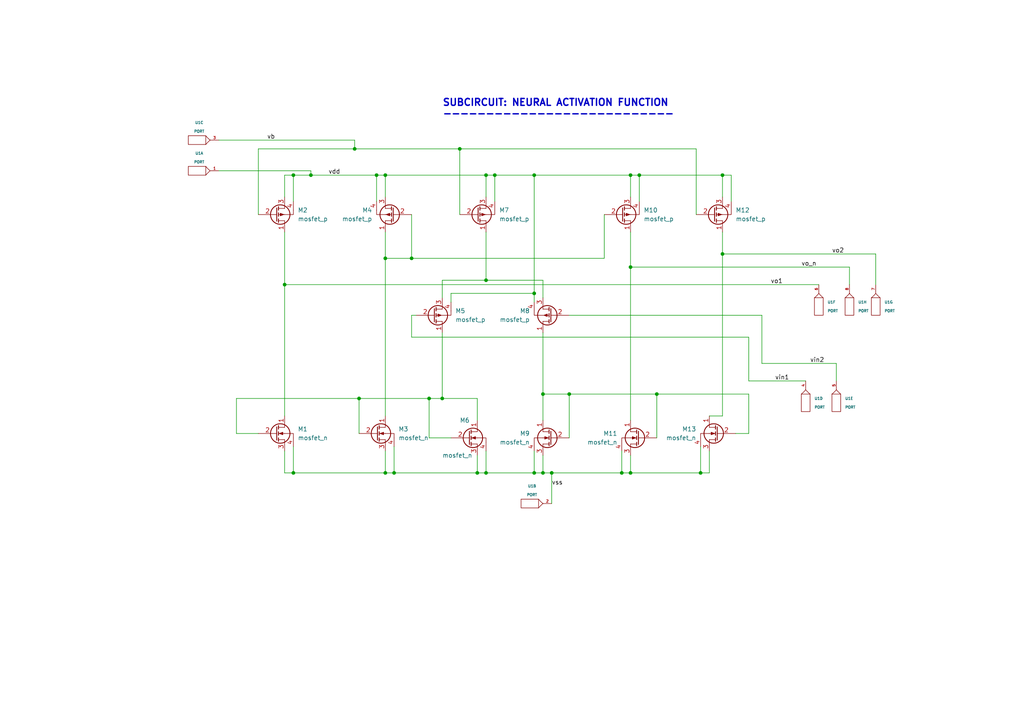
<source format=kicad_sch>
(kicad_sch (version 20211123) (generator eeschema)
  (paper "A4")
  (lib_symbols
    (symbol "eSim_Devices:mosfet_n" (pin_names (offset 0) hide)
      (property "Reference" "M" (at 0 -3.81 0))
      (property "Value" "mosfet_n" (at 2.54 -1.27 0))
      (symbol "mosfet_n_0_1"
        (polyline (pts (xy 3.302 -7.366) (xy 3.302 -6.35)) (stroke (width 0.254)))
        (polyline (pts (xy 3.302 -6.858) (xy 5.08 -6.858)))
        (polyline (pts (xy 3.302 -5.588) (xy 3.302 -4.572)) (stroke (width 0.254)))
        (polyline (pts (xy 3.302 -5.08) (xy 5.08 -5.08)))
        (polyline (pts (xy 3.302 -3.81) (xy 3.302 -2.794)) (stroke (width 0.254)))
        (polyline (pts (xy 3.302 -3.302) (xy 5.08 -3.302)))
        (polyline (pts (xy 5.08 -7.62) (xy 5.08 -6.858)))
        (polyline (pts (xy 5.08 -3.302) (xy 5.08 -2.54)))
        (polyline (pts (xy 2.794 -6.985) (xy 2.794 -3.175) (xy 2.794 -3.175)) (stroke (width 0.254)))
        (polyline (pts (xy 5.08 -5.08) (xy 7.62 -5.08) (xy 7.62 -6.35)))
        (polyline (pts (xy 3.556 -5.08) (xy 4.572 -5.461) (xy 4.572 -4.699) (xy 3.556 -5.08)) (fill (type outline)))
        (circle (center 3.81 -5.08) (radius 2.8194) (stroke (width 0.254)))
      )
      (symbol "mosfet_n_1_1"
        (pin passive line (at 5.08 0 270) (length 2.54) (name "D") (number "1"))
        (pin passive line (at -2.54 -5.08 0) (length 5.334) (name "G") (number "2"))
        (pin passive line (at 5.08 -10.16 90) (length 2.54) (name "S") (number "3"))
        (pin passive line (at 7.62 -8.89 90) (length 2.4892) (name "B") (number "4"))
      )
    )
    (symbol "eSim_Devices:mosfet_p" (pin_names (offset 0) hide)
      (property "Reference" "M" (at -1.27 1.27 0))
      (property "Value" "mosfet_p" (at 1.27 3.81 0))
      (symbol "mosfet_p_0_1"
        (polyline (pts (xy 2.032 -1.778) (xy 3.81 -1.778)))
        (polyline (pts (xy 2.032 -1.27) (xy 2.032 -2.286)) (stroke (width 0.254)))
        (polyline (pts (xy 2.032 0) (xy 3.81 0)))
        (polyline (pts (xy 2.032 0.508) (xy 2.032 -0.508)) (stroke (width 0.254)))
        (polyline (pts (xy 2.032 1.778) (xy 3.81 1.778)))
        (polyline (pts (xy 2.032 2.286) (xy 2.032 1.27)) (stroke (width 0.254)))
        (polyline (pts (xy 3.81 -1.778) (xy 3.81 -2.54)))
        (polyline (pts (xy 3.81 2.54) (xy 3.81 1.778)))
        (polyline (pts (xy 1.524 1.905) (xy 1.524 -1.905) (xy 1.524 -1.905)) (stroke (width 0.254)))
        (polyline (pts (xy 3.81 0) (xy 6.35 0) (xy 6.35 -1.27)))
        (polyline (pts (xy 3.556 0) (xy 2.54 -0.381) (xy 2.54 0.381) (xy 3.556 0)) (fill (type outline)))
        (circle (center 2.54 0) (radius 2.8194) (stroke (width 0.254)))
      )
      (symbol "mosfet_p_1_1"
        (pin passive line (at 3.81 5.08 270) (length 2.54) (name "D") (number "1"))
        (pin passive line (at -3.81 0 0) (length 5.334) (name "G") (number "2"))
        (pin passive line (at 3.81 -5.08 90) (length 2.54) (name "S") (number "3"))
        (pin passive line (at 6.35 -3.81 90) (length 2.54) (name "B") (number "4"))
      )
    )
    (symbol "eSim_Miscellaneous:PORT" (pin_names (offset 1.016))
      (property "Reference" "U" (at 1.27 2.54 0))
      (property "Value" "PORT" (at 0 0 0))
      (symbol "PORT_0_1"
        (rectangle (start -2.54 1.27) (end 2.54 -1.27))
        (arc (start 2.54 1.27) (mid 3.1355 0.5955) (end 3.81 0))
        (arc (start 3.81 0) (mid 3.1447 -0.6046) (end 2.54 -1.27))
      )
      (symbol "PORT_1_1"
        (pin bidirectional line (at 6.35 0 180) (length 2.54) (name "~") (number "1"))
      )
      (symbol "PORT_2_1"
        (pin bidirectional line (at 6.35 0 180) (length 2.54) (name "~") (number "2"))
      )
      (symbol "PORT_3_1"
        (pin bidirectional line (at 6.35 0 180) (length 2.54) (name "~") (number "3"))
      )
      (symbol "PORT_4_1"
        (pin bidirectional line (at 6.35 0 180) (length 2.54) (name "~") (number "4"))
      )
      (symbol "PORT_5_1"
        (pin bidirectional line (at 6.35 0 180) (length 2.54) (name "~") (number "5"))
      )
      (symbol "PORT_6_1"
        (pin bidirectional line (at 6.35 0 180) (length 2.54) (name "~") (number "6"))
      )
      (symbol "PORT_7_1"
        (pin bidirectional line (at 6.35 0 180) (length 2.54) (name "~") (number "7"))
      )
      (symbol "PORT_8_1"
        (pin bidirectional line (at 6.35 0 180) (length 2.54) (name "~") (number "8"))
      )
      (symbol "PORT_9_1"
        (pin bidirectional line (at 6.35 0 180) (length 2.54) (name "~") (number "9"))
      )
      (symbol "PORT_10_1"
        (pin bidirectional line (at 6.35 0 180) (length 2.54) (name "~") (number "10"))
      )
      (symbol "PORT_11_1"
        (pin bidirectional line (at 6.35 0 180) (length 2.54) (name "~") (number "11"))
      )
      (symbol "PORT_12_1"
        (pin bidirectional line (at 6.35 0 180) (length 2.54) (name "~") (number "12"))
      )
      (symbol "PORT_13_1"
        (pin bidirectional line (at 6.35 0 180) (length 2.54) (name "~") (number "13"))
      )
      (symbol "PORT_14_1"
        (pin bidirectional line (at 6.35 0 180) (length 2.54) (name "~") (number "14"))
      )
      (symbol "PORT_15_1"
        (pin bidirectional line (at 6.35 0 180) (length 2.54) (name "~") (number "15"))
      )
      (symbol "PORT_16_1"
        (pin bidirectional line (at 6.35 0 180) (length 2.54) (name "~") (number "16"))
      )
      (symbol "PORT_17_1"
        (pin bidirectional line (at 6.35 0 180) (length 2.54) (name "~") (number "17"))
      )
      (symbol "PORT_18_1"
        (pin bidirectional line (at 6.35 0 180) (length 2.54) (name "~") (number "18"))
      )
      (symbol "PORT_19_1"
        (pin bidirectional line (at 6.35 0 180) (length 2.54) (name "~") (number "19"))
      )
      (symbol "PORT_20_1"
        (pin bidirectional line (at 6.35 0 180) (length 2.54) (name "~") (number "20"))
      )
      (symbol "PORT_21_1"
        (pin bidirectional line (at 6.35 0 180) (length 2.54) (name "~") (number "21"))
      )
      (symbol "PORT_22_1"
        (pin bidirectional line (at 6.35 0 180) (length 2.54) (name "~") (number "22"))
      )
      (symbol "PORT_23_1"
        (pin bidirectional line (at 6.35 0 180) (length 2.54) (name "~") (number "23"))
      )
      (symbol "PORT_24_1"
        (pin bidirectional line (at 6.35 0 180) (length 2.54) (name "~") (number "24"))
      )
      (symbol "PORT_25_1"
        (pin bidirectional line (at 6.35 0 180) (length 2.54) (name "~") (number "25"))
      )
      (symbol "PORT_26_1"
        (pin bidirectional line (at 6.35 0 180) (length 2.54) (name "~") (number "26"))
      )
    )
  )
  (junction (at 82.55 82.55))
  (junction (at 114.3 137.16))
  (junction (at 185.42 50.8))
  (junction (at 104.14 115.57))
  (junction (at 111.76 137.16))
  (junction (at 190.5 114.3))
  (junction (at 109.22 50.8))
  (junction (at 90.17 50.8))
  (junction (at 154.94 137.16))
  (junction (at 111.76 50.8))
  (junction (at 203.2 137.16))
  (junction (at 124.46 115.57))
  (junction (at 209.55 50.8))
  (junction (at 111.76 74.93))
  (junction (at 140.97 81.28))
  (junction (at 157.48 137.16))
  (junction (at 160.02 137.16))
  (junction (at 182.88 137.16))
  (junction (at 154.94 50.8))
  (junction (at 140.97 50.8))
  (junction (at 128.27 115.57))
  (junction (at 154.94 85.09))
  (junction (at 85.09 137.16))
  (junction (at 133.35 43.18))
  (junction (at 182.88 50.8))
  (junction (at 209.55 73.66))
  (junction (at 157.48 114.3))
  (junction (at 102.87 43.18))
  (junction (at 165.1 114.3))
  (junction (at 85.09 50.8))
  (junction (at 182.88 77.47))
  (junction (at 119.38 74.93))
  (junction (at 143.51 50.8))
  (junction (at 138.43 137.16))
  (junction (at 180.34 137.16))
  (junction (at 140.97 137.16))
  (wire (pts (xy 130.81 127) (xy 124.46 127)))
  (wire (pts (xy 82.55 130.81) (xy 82.55 137.16)))
  (wire (pts (xy 114.3 129.54) (xy 114.3 137.16)))
  (wire (pts (xy 109.22 58.42) (xy 109.22 50.8)))
  (wire (pts (xy 68.58 115.57) (xy 104.14 115.57)))
  (wire (pts (xy 82.55 57.15) (xy 82.55 50.8)))
  (wire (pts (xy 82.55 137.16) (xy 85.09 137.16)))
  (wire (pts (xy 130.81 85.09) (xy 154.94 85.09)))
  (wire (pts (xy 128.27 96.52) (xy 128.27 115.57)))
  (wire (pts (xy 154.94 130.81) (xy 154.94 137.16)))
  (wire (pts (xy 90.17 49.53) (xy 90.17 50.8)))
  (wire (pts (xy 85.09 137.16) (xy 111.76 137.16)))
  (wire (pts (xy 85.09 50.8) (xy 90.17 50.8)))
  (wire (pts (xy 63.5 49.53) (xy 90.17 49.53)))
  (wire (pts (xy 140.97 50.8) (xy 140.97 57.15)))
  (wire (pts (xy 242.57 105.41) (xy 242.57 110.49)))
  (wire (pts (xy 128.27 81.28) (xy 128.27 86.36)))
  (wire (pts (xy 102.87 43.18) (xy 74.93 43.18)))
  (wire (pts (xy 160.02 137.16) (xy 160.02 146.05)))
  (wire (pts (xy 111.76 67.31) (xy 111.76 74.93)))
  (wire (pts (xy 182.88 77.47) (xy 182.88 121.92)))
  (wire (pts (xy 124.46 127) (xy 124.46 115.57)))
  (wire (pts (xy 182.88 132.08) (xy 182.88 137.16)))
  (wire (pts (xy 111.76 50.8) (xy 140.97 50.8)))
  (wire (pts (xy 104.14 115.57) (xy 104.14 125.73)))
  (wire (pts (xy 201.93 43.18) (xy 133.35 43.18)))
  (wire (pts (xy 209.55 73.66) (xy 209.55 120.65)))
  (wire (pts (xy 165.1 114.3) (xy 190.5 114.3)))
  (wire (pts (xy 209.55 120.65) (xy 205.74 120.65)))
  (wire (pts (xy 209.55 67.31) (xy 209.55 73.66)))
  (wire (pts (xy 140.97 50.8) (xy 143.51 50.8)))
  (wire (pts (xy 102.87 40.64) (xy 102.87 43.18)))
  (wire (pts (xy 203.2 129.54) (xy 203.2 137.16)))
  (wire (pts (xy 217.17 97.79) (xy 217.17 110.49)))
  (wire (pts (xy 175.26 62.23) (xy 175.26 74.93)))
  (wire (pts (xy 82.55 82.55) (xy 82.55 120.65)))
  (wire (pts (xy 157.48 132.08) (xy 157.48 137.16)))
  (wire (pts (xy 254 82.55) (xy 254 73.66)))
  (wire (pts (xy 119.38 62.23) (xy 119.38 74.93)))
  (wire (pts (xy 82.55 67.31) (xy 82.55 82.55)))
  (wire (pts (xy 124.46 115.57) (xy 128.27 115.57)))
  (wire (pts (xy 217.17 114.3) (xy 217.17 125.73)))
  (wire (pts (xy 140.97 81.28) (xy 157.48 81.28)))
  (wire (pts (xy 82.55 50.8) (xy 85.09 50.8)))
  (wire (pts (xy 203.2 137.16) (xy 205.74 137.16)))
  (wire (pts (xy 119.38 91.44) (xy 119.38 97.79)))
  (wire (pts (xy 180.34 137.16) (xy 182.88 137.16)))
  (wire (pts (xy 140.97 137.16) (xy 154.94 137.16)))
  (wire (pts (xy 140.97 67.31) (xy 140.97 81.28)))
  (wire (pts (xy 128.27 115.57) (xy 138.43 115.57)))
  (wire (pts (xy 114.3 137.16) (xy 138.43 137.16)))
  (wire (pts (xy 140.97 130.81) (xy 140.97 137.16)))
  (wire (pts (xy 138.43 137.16) (xy 140.97 137.16)))
  (wire (pts (xy 133.35 43.18) (xy 102.87 43.18)))
  (wire (pts (xy 165.1 91.44) (xy 220.98 91.44)))
  (wire (pts (xy 182.88 67.31) (xy 182.88 77.47)))
  (wire (pts (xy 119.38 97.79) (xy 217.17 97.79)))
  (wire (pts (xy 157.48 137.16) (xy 160.02 137.16)))
  (wire (pts (xy 201.93 62.23) (xy 201.93 43.18)))
  (wire (pts (xy 157.48 81.28) (xy 157.48 86.36)))
  (wire (pts (xy 138.43 115.57) (xy 138.43 121.92)))
  (wire (pts (xy 209.55 73.66) (xy 254 73.66)))
  (wire (pts (xy 104.14 115.57) (xy 124.46 115.57)))
  (wire (pts (xy 157.48 121.92) (xy 157.48 114.3)))
  (wire (pts (xy 185.42 50.8) (xy 209.55 50.8)))
  (wire (pts (xy 160.02 137.16) (xy 180.34 137.16)))
  (wire (pts (xy 182.88 50.8) (xy 185.42 50.8)))
  (wire (pts (xy 205.74 137.16) (xy 205.74 130.81)))
  (wire (pts (xy 111.76 74.93) (xy 119.38 74.93)))
  (wire (pts (xy 68.58 125.73) (xy 68.58 115.57)))
  (wire (pts (xy 157.48 96.52) (xy 157.48 114.3)))
  (wire (pts (xy 111.76 137.16) (xy 114.3 137.16)))
  (wire (pts (xy 130.81 87.63) (xy 130.81 85.09)))
  (wire (pts (xy 209.55 50.8) (xy 212.09 50.8)))
  (wire (pts (xy 233.68 110.49) (xy 217.17 110.49)))
  (wire (pts (xy 154.94 50.8) (xy 182.88 50.8)))
  (wire (pts (xy 111.76 50.8) (xy 111.76 57.15)))
  (wire (pts (xy 119.38 74.93) (xy 175.26 74.93)))
  (wire (pts (xy 185.42 50.8) (xy 185.42 58.42)))
  (wire (pts (xy 154.94 137.16) (xy 157.48 137.16)))
  (wire (pts (xy 246.38 82.55) (xy 246.38 77.47)))
  (wire (pts (xy 209.55 57.15) (xy 209.55 50.8)))
  (wire (pts (xy 109.22 50.8) (xy 111.76 50.8)))
  (wire (pts (xy 82.55 82.55) (xy 237.49 82.55)))
  (wire (pts (xy 217.17 125.73) (xy 213.36 125.73)))
  (wire (pts (xy 90.17 50.8) (xy 109.22 50.8)))
  (wire (pts (xy 246.38 77.47) (xy 182.88 77.47)))
  (wire (pts (xy 157.48 114.3) (xy 165.1 114.3)))
  (wire (pts (xy 165.1 114.3) (xy 165.1 127)))
  (wire (pts (xy 220.98 105.41) (xy 220.98 91.44)))
  (wire (pts (xy 180.34 130.81) (xy 180.34 137.16)))
  (wire (pts (xy 111.76 130.81) (xy 111.76 137.16)))
  (wire (pts (xy 63.5 40.64) (xy 102.87 40.64)))
  (wire (pts (xy 220.98 105.41) (xy 242.57 105.41)))
  (wire (pts (xy 74.93 125.73) (xy 68.58 125.73)))
  (wire (pts (xy 140.97 81.28) (xy 128.27 81.28)))
  (wire (pts (xy 85.09 129.54) (xy 85.09 137.16)))
  (wire (pts (xy 143.51 50.8) (xy 143.51 58.42)))
  (wire (pts (xy 133.35 62.23) (xy 133.35 43.18)))
  (wire (pts (xy 138.43 132.08) (xy 138.43 137.16)))
  (wire (pts (xy 154.94 50.8) (xy 154.94 85.09)))
  (wire (pts (xy 182.88 137.16) (xy 203.2 137.16)))
  (wire (pts (xy 111.76 74.93) (xy 111.76 120.65)))
  (wire (pts (xy 154.94 85.09) (xy 154.94 87.63)))
  (wire (pts (xy 190.5 114.3) (xy 217.17 114.3)))
  (wire (pts (xy 212.09 50.8) (xy 212.09 58.42)))
  (wire (pts (xy 182.88 50.8) (xy 182.88 57.15)))
  (wire (pts (xy 120.65 91.44) (xy 119.38 91.44)))
  (wire (pts (xy 190.5 114.3) (xy 190.5 127)))
  (wire (pts (xy 143.51 50.8) (xy 154.94 50.8)))
  (wire (pts (xy 85.09 50.8) (xy 85.09 58.42)))
  (wire (pts (xy 74.93 43.18) (xy 74.93 62.23)))
  (text "SUBCIRCUIT: NEURAL ACTIVATION FUNCTION\n---------------------------\n" (at 128.27 34.29 0) (effects (font (size 2 2) (thickness 0.4) bold) (justify left bottom)))
  (label "vss" (at 160.02 140.97 0))
  (label "vb" (at 77.47 40.64 0))
  (label "vo1" (at 223.52 82.55 0))
  (label "vdd" (at 95.25 50.8 0))
  (label "vin2" (at 234.95 105.41 0))
  (label "vo_n" (at 232.41 77.47 0))
  (label "vo2" (at 241.3 73.66 0))
  (label "vin1" (at 224.79 110.49 0))
  (symbol (lib_id "eSim_Devices:mosfet_p") (at 78.74 62.23 0) (mirror x) (unit 1)
    (property "Reference" "M2" (at 86.36 60.9599 0) (effects (justify left)))
    (property "Value" "mosfet_p" (at 86.36 63.4999 0) (effects (justify left)))
  )
  (symbol (lib_id "eSim_Devices:mosfet_p") (at 179.07 62.23 0) (mirror x) (unit 1)
    (property "Reference" "M10" (at 186.69 60.9599 0) (effects (justify left)))
    (property "Value" "mosfet_p" (at 186.69 63.4999 0) (effects (justify left)))
  )
  (symbol (lib_id "eSim_Devices:mosfet_n") (at 106.68 120.65 0) (unit 1)
    (property "Reference" "M3" (at 115.57 124.4599 0) (effects (justify left)))
    (property "Value" "mosfet_n" (at 115.57 126.9999 0) (effects (justify left)))
  )
  (symbol (lib_id "eSim_Devices:mosfet_n") (at 210.82 120.65 0) (mirror y) (unit 1)
    (property "Reference" "M13" (at 201.93 124.4599 0) (effects (justify left)))
    (property "Value" "mosfet_n" (at 201.93 126.9999 0) (effects (justify left)))
  )
  (symbol (lib_id "eSim_Devices:mosfet_p") (at 124.46 91.44 0) (mirror x) (unit 1)
    (property "Reference" "M5" (at 132.08 90.1699 0) (effects (justify left)))
    (property "Value" "mosfet_p" (at 132.08 92.7099 0) (effects (justify left)))
  )
  (symbol (lib_id "eSim_Miscellaneous:PORT") (at 242.57 116.84 90) (unit 5)
    (property "Reference" "U1" (at 245.11 115.57 90) (effects (font (size 0.762 0.762)) (justify right)))
    (property "Value" "PORT" (at 245.11 118.11 90) (effects (font (size 0.762 0.762)) (justify right)))
  )
  (symbol (lib_id "eSim_Miscellaneous:PORT") (at 237.49 88.9 90) (unit 6)
    (property "Reference" "U1" (at 240.03 87.63 90) (effects (font (size 0.762 0.762)) (justify right)))
    (property "Value" "PORT" (at 240.03 90.17 90) (effects (font (size 0.762 0.762)) (justify right)))
  )
  (symbol (lib_id "eSim_Miscellaneous:PORT") (at 57.15 40.64 0) (unit 3)
    (property "Reference" "U1" (at 57.785 35.56 0) (effects (font (size 0.762 0.762))))
    (property "Value" "PORT" (at 57.785 38.1 0) (effects (font (size 0.762 0.762))))
  )
  (symbol (lib_id "eSim_Miscellaneous:PORT") (at 57.15 49.53 0) (unit 1)
    (property "Reference" "U1" (at 57.785 44.45 0) (effects (font (size 0.762 0.762))))
    (property "Value" "PORT" (at 57.785 46.99 0) (effects (font (size 0.762 0.762))))
  )
  (symbol (lib_id "eSim_Devices:mosfet_n") (at 162.56 121.92 0) (mirror y) (unit 1)
    (property "Reference" "M9" (at 153.67 125.7299 0) (effects (justify left)))
    (property "Value" "mosfet_n" (at 153.67 128.2699 0) (effects (justify left)))
  )
  (symbol (lib_id "eSim_Devices:mosfet_p") (at 161.29 91.44 180) (unit 1)
    (property "Reference" "M8" (at 153.67 90.1699 0) (effects (justify left)))
    (property "Value" "mosfet_p" (at 153.67 92.7099 0) (effects (justify left)))
  )
  (symbol (lib_id "eSim_Devices:mosfet_p") (at 137.16 62.23 0) (mirror x) (unit 1)
    (property "Reference" "M7" (at 144.78 60.9599 0) (effects (justify left)))
    (property "Value" "mosfet_p" (at 144.78 63.4999 0) (effects (justify left)))
  )
  (symbol (lib_id "eSim_Miscellaneous:PORT") (at 233.68 116.84 90) (unit 4)
    (property "Reference" "U1" (at 236.22 115.57 90) (effects (font (size 0.762 0.762)) (justify right)))
    (property "Value" "PORT" (at 236.22 118.11 90) (effects (font (size 0.762 0.762)) (justify right)))
  )
  (symbol (lib_id "eSim_Miscellaneous:PORT") (at 254 88.9 90) (unit 7)
    (property "Reference" "U1" (at 256.54 87.63 90) (effects (font (size 0.762 0.762)) (justify right)))
    (property "Value" "PORT" (at 256.54 90.17 90) (effects (font (size 0.762 0.762)) (justify right)))
  )
  (symbol (lib_id "eSim_Devices:mosfet_n") (at 133.35 121.92 0) (unit 1)
    (property "Reference" "M6" (at 133.35 121.92 0) (effects (justify left)))
    (property "Value" "mosfet_n" (at 128.27 132.08 0) (effects (justify left)))
  )
  (symbol (lib_id "eSim_Devices:mosfet_p") (at 115.57 62.23 180) (unit 1)
    (property "Reference" "M4" (at 107.95 60.9599 0) (effects (justify left)))
    (property "Value" "mosfet_p" (at 107.95 63.4999 0) (effects (justify left)))
  )
  (symbol (lib_id "eSim_Devices:mosfet_p") (at 205.74 62.23 0) (mirror x) (unit 1)
    (property "Reference" "M12" (at 213.36 60.9599 0) (effects (justify left)))
    (property "Value" "mosfet_p" (at 213.36 63.4999 0) (effects (justify left)))
  )
  (symbol (lib_id "eSim_Miscellaneous:PORT") (at 153.67 146.05 0) (unit 2)
    (property "Reference" "U1" (at 154.305 140.97 0) (effects (font (size 0.762 0.762))))
    (property "Value" "PORT" (at 154.305 143.51 0) (effects (font (size 0.762 0.762))))
  )
  (symbol (lib_id "eSim_Devices:mosfet_n") (at 77.47 120.65 0) (unit 1)
    (property "Reference" "M1" (at 86.36 124.4599 0) (effects (justify left)))
    (property "Value" "mosfet_n" (at 86.36 126.9999 0) (effects (justify left)))
  )
  (symbol (lib_id "eSim_Devices:mosfet_n") (at 187.96 121.92 0) (mirror y) (unit 1)
    (property "Reference" "M11" (at 179.07 125.7299 0) (effects (justify left)))
    (property "Value" "mosfet_n" (at 179.07 128.2699 0) (effects (justify left)))
  )
  (symbol (lib_id "eSim_Miscellaneous:PORT") (at 246.38 88.9 90) (unit 8)
    (property "Reference" "U1" (at 248.92 87.63 90) (effects (font (size 0.762 0.762)) (justify right)))
    (property "Value" "PORT" (at 248.92 90.17 90) (effects (font (size 0.762 0.762)) (justify right)))
  )
)
</source>
